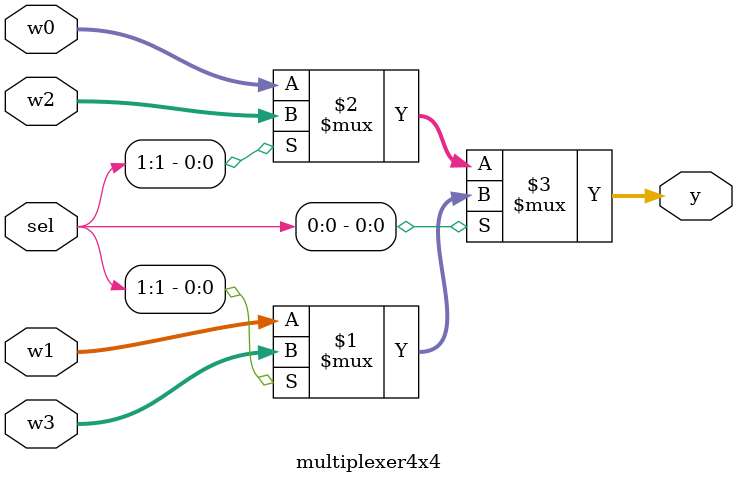
<source format=v>
/*--  *******************************************************
--  Computer Architecture Course, Laboratory Sources 
--  Amirkabir University of Technology (Tehran Polytechnic)
--  Department of Computer Engineering (CE-AUT)
--  https://ce.aut.ac.ir
--  *******************************************************
--  All Rights reserved (C) 2019-2020
--  *******************************************************
--  Student ID  : 9831009
--  Student Name: Sina Amininasab
--  Student Mail: sina3050@gmail.com
--  *******************************************************
--  Additional Comments:
--
--*/

/*-----------------------------------------------------------
---  Module Name: Multiplexer 4bit 4 to 1
---  Description: Lab 08 Part 1
-----------------------------------------------------------*/
`timescale 1 ns/1 ns

module multiplexer4x4 (
	input [3:0] w3 ,
	input [3:0] w2 ,
	input [3:0] w1 ,
	input [3:0] w0 ,
	input [1:0]	sel ,
	output [3:0] y
);
	assign y=sel[0]?sel[1]?w3 : w1 : sel[1]? w2:w0;

endmodule

</source>
